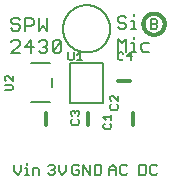
<source format=gbr>
G04 EAGLE Gerber RS-274X export*
G75*
%MOMM*%
%FSLAX34Y34*%
%LPD*%
%INSilkscreen Top*%
%IPPOS*%
%AMOC8*
5,1,8,0,0,1.08239X$1,22.5*%
G01*
%ADD10C,0.177800*%
%ADD11C,0.152400*%
%ADD12C,0.127000*%
%ADD13C,0.304800*%
%ADD14C,0.203200*%


D10*
X13257Y134458D02*
X11435Y136280D01*
X7791Y136280D01*
X5969Y134458D01*
X5969Y132637D01*
X7791Y130815D01*
X11435Y130815D01*
X13257Y128993D01*
X13257Y127171D01*
X11435Y125349D01*
X7791Y125349D01*
X5969Y127171D01*
X17663Y125349D02*
X17663Y136280D01*
X23129Y136280D01*
X24951Y134458D01*
X24951Y130815D01*
X23129Y128993D01*
X17663Y128993D01*
X29357Y125349D02*
X29357Y136280D01*
X33001Y128993D02*
X29357Y125349D01*
X33001Y128993D02*
X36644Y125349D01*
X36644Y136280D01*
X13257Y106299D02*
X5969Y106299D01*
X13257Y113587D01*
X13257Y115408D01*
X11435Y117230D01*
X7791Y117230D01*
X5969Y115408D01*
X23129Y117230D02*
X23129Y106299D01*
X17663Y111765D02*
X23129Y117230D01*
X24951Y111765D02*
X17663Y111765D01*
X29357Y115408D02*
X31179Y117230D01*
X34823Y117230D01*
X36644Y115408D01*
X36644Y113587D01*
X34823Y111765D01*
X33001Y111765D01*
X34823Y111765D02*
X36644Y109943D01*
X36644Y108121D01*
X34823Y106299D01*
X31179Y106299D01*
X29357Y108121D01*
X41051Y108121D02*
X41051Y115408D01*
X42873Y117230D01*
X46517Y117230D01*
X48338Y115408D01*
X48338Y108121D01*
X46517Y106299D01*
X42873Y106299D01*
X41051Y108121D01*
X48338Y115408D01*
D11*
X38567Y11945D02*
X37127Y10505D01*
X38567Y11945D02*
X41449Y11945D01*
X42889Y10505D01*
X42889Y9064D01*
X41449Y7624D01*
X40008Y7624D01*
X41449Y7624D02*
X42889Y6183D01*
X42889Y4743D01*
X41449Y3302D01*
X38567Y3302D01*
X37127Y4743D01*
X46482Y6183D02*
X46482Y11945D01*
X46482Y6183D02*
X49363Y3302D01*
X52244Y6183D01*
X52244Y11945D01*
X62171Y11945D02*
X63611Y10505D01*
X62171Y11945D02*
X59290Y11945D01*
X57849Y10505D01*
X57849Y4743D01*
X59290Y3302D01*
X62171Y3302D01*
X63611Y4743D01*
X63611Y7624D01*
X60730Y7624D01*
X67204Y11945D02*
X67204Y3302D01*
X72967Y3302D02*
X67204Y11945D01*
X72967Y11945D02*
X72967Y3302D01*
X76560Y3302D02*
X76560Y11945D01*
X76560Y3302D02*
X80881Y3302D01*
X82322Y4743D01*
X82322Y10505D01*
X80881Y11945D01*
X76560Y11945D01*
X89197Y9064D02*
X89197Y3302D01*
X89197Y9064D02*
X92078Y11945D01*
X94959Y9064D01*
X94959Y3302D01*
X94959Y7624D02*
X89197Y7624D01*
X102874Y11945D02*
X104314Y10505D01*
X102874Y11945D02*
X99993Y11945D01*
X98552Y10505D01*
X98552Y4743D01*
X99993Y3302D01*
X102874Y3302D01*
X104314Y4743D01*
X114597Y3302D02*
X114597Y11945D01*
X114597Y3302D02*
X118919Y3302D01*
X120359Y4743D01*
X120359Y10505D01*
X118919Y11945D01*
X114597Y11945D01*
X128274Y11945D02*
X129714Y10505D01*
X128274Y11945D02*
X125393Y11945D01*
X123952Y10505D01*
X123952Y4743D01*
X125393Y3302D01*
X128274Y3302D01*
X129714Y4743D01*
X8608Y6183D02*
X8608Y11945D01*
X8608Y6183D02*
X11490Y3302D01*
X14371Y6183D01*
X14371Y11945D01*
X17964Y9064D02*
X19404Y9064D01*
X19404Y3302D01*
X17964Y3302D02*
X20845Y3302D01*
X19404Y11945D02*
X19404Y13386D01*
X24200Y9064D02*
X24200Y3302D01*
X24200Y9064D02*
X28522Y9064D01*
X29963Y7624D01*
X29963Y3302D01*
D10*
X103427Y135728D02*
X101605Y137550D01*
X97961Y137550D01*
X96139Y135728D01*
X96139Y133907D01*
X97961Y132085D01*
X101605Y132085D01*
X103427Y130263D01*
X103427Y128441D01*
X101605Y126619D01*
X97961Y126619D01*
X96139Y128441D01*
X107833Y133907D02*
X109655Y133907D01*
X109655Y126619D01*
X107833Y126619D02*
X111477Y126619D01*
X109655Y137550D02*
X109655Y139372D01*
X96139Y118500D02*
X96139Y107569D01*
X99783Y114857D02*
X96139Y118500D01*
X99783Y114857D02*
X103427Y118500D01*
X103427Y107569D01*
X107833Y114857D02*
X109655Y114857D01*
X109655Y107569D01*
X107833Y107569D02*
X111477Y107569D01*
X109655Y118500D02*
X109655Y120322D01*
X117451Y114857D02*
X122916Y114857D01*
X117451Y114857D02*
X115629Y113035D01*
X115629Y109391D01*
X117451Y107569D01*
X122916Y107569D01*
D12*
X82850Y64280D02*
X55850Y64280D01*
X55850Y98280D01*
X83850Y98280D01*
X83850Y64280D01*
X82850Y64280D01*
D11*
X54404Y101476D02*
X54404Y106984D01*
X54404Y101476D02*
X55505Y100374D01*
X57709Y100374D01*
X58810Y101476D01*
X58810Y106984D01*
X61888Y104780D02*
X64091Y106984D01*
X64091Y100374D01*
X61888Y100374D02*
X66294Y100374D01*
D13*
X109220Y55880D02*
X109220Y45720D01*
D11*
X85043Y46715D02*
X83941Y45614D01*
X83941Y43410D01*
X85043Y42309D01*
X89449Y42309D01*
X90551Y43410D01*
X90551Y45614D01*
X89449Y46715D01*
X86145Y49793D02*
X83941Y51996D01*
X90551Y51996D01*
X90551Y49793D02*
X90551Y54199D01*
D13*
X71120Y55880D02*
X71120Y45720D01*
D11*
X89783Y61852D02*
X90885Y62953D01*
X89783Y61852D02*
X89783Y59649D01*
X90885Y58547D01*
X95291Y58547D01*
X96393Y59649D01*
X96393Y61852D01*
X95291Y62953D01*
X96393Y66031D02*
X96393Y70438D01*
X91987Y70438D02*
X96393Y66031D01*
X91987Y70438D02*
X90885Y70438D01*
X89783Y69336D01*
X89783Y67133D01*
X90885Y66031D01*
D13*
X35560Y55880D02*
X35560Y45720D01*
D11*
X56763Y49152D02*
X57865Y50253D01*
X56763Y49152D02*
X56763Y46949D01*
X57865Y45847D01*
X62271Y45847D01*
X63373Y46949D01*
X63373Y49152D01*
X62271Y50253D01*
X57865Y53331D02*
X56763Y54433D01*
X56763Y56636D01*
X57865Y57738D01*
X58967Y57738D01*
X60068Y56636D01*
X60068Y55534D01*
X60068Y56636D02*
X61170Y57738D01*
X62271Y57738D01*
X63373Y56636D01*
X63373Y54433D01*
X62271Y53331D01*
D14*
X38480Y97780D02*
X22480Y97780D01*
X22480Y64780D02*
X38480Y64780D01*
X40980Y77280D02*
X40980Y85280D01*
D11*
X6264Y75234D02*
X756Y75234D01*
X6264Y75234D02*
X7366Y76335D01*
X7366Y78539D01*
X6264Y79640D01*
X756Y79640D01*
X7366Y82718D02*
X7366Y87124D01*
X7366Y82718D02*
X2960Y87124D01*
X1858Y87124D01*
X756Y86023D01*
X756Y83819D01*
X1858Y82718D01*
D13*
X96520Y82550D02*
X106680Y82550D01*
D11*
X101053Y105965D02*
X99952Y107067D01*
X97749Y107067D01*
X96647Y105965D01*
X96647Y101559D01*
X97749Y100457D01*
X99952Y100457D01*
X101053Y101559D01*
X107436Y100457D02*
X107436Y107067D01*
X104131Y103762D01*
X108538Y103762D01*
D14*
X49850Y127000D02*
X49856Y127491D01*
X49874Y127981D01*
X49904Y128471D01*
X49946Y128960D01*
X50000Y129448D01*
X50066Y129935D01*
X50144Y130419D01*
X50234Y130902D01*
X50336Y131382D01*
X50449Y131860D01*
X50574Y132334D01*
X50711Y132806D01*
X50859Y133274D01*
X51019Y133738D01*
X51190Y134198D01*
X51372Y134654D01*
X51566Y135105D01*
X51770Y135551D01*
X51986Y135992D01*
X52212Y136428D01*
X52448Y136858D01*
X52695Y137282D01*
X52953Y137700D01*
X53221Y138111D01*
X53498Y138516D01*
X53786Y138914D01*
X54083Y139305D01*
X54390Y139688D01*
X54706Y140063D01*
X55031Y140431D01*
X55365Y140791D01*
X55708Y141142D01*
X56059Y141485D01*
X56419Y141819D01*
X56787Y142144D01*
X57162Y142460D01*
X57545Y142767D01*
X57936Y143064D01*
X58334Y143352D01*
X58739Y143629D01*
X59150Y143897D01*
X59568Y144155D01*
X59992Y144402D01*
X60422Y144638D01*
X60858Y144864D01*
X61299Y145080D01*
X61745Y145284D01*
X62196Y145478D01*
X62652Y145660D01*
X63112Y145831D01*
X63576Y145991D01*
X64044Y146139D01*
X64516Y146276D01*
X64990Y146401D01*
X65468Y146514D01*
X65948Y146616D01*
X66431Y146706D01*
X66915Y146784D01*
X67402Y146850D01*
X67890Y146904D01*
X68379Y146946D01*
X68869Y146976D01*
X69359Y146994D01*
X69850Y147000D01*
X70341Y146994D01*
X70831Y146976D01*
X71321Y146946D01*
X71810Y146904D01*
X72298Y146850D01*
X72785Y146784D01*
X73269Y146706D01*
X73752Y146616D01*
X74232Y146514D01*
X74710Y146401D01*
X75184Y146276D01*
X75656Y146139D01*
X76124Y145991D01*
X76588Y145831D01*
X77048Y145660D01*
X77504Y145478D01*
X77955Y145284D01*
X78401Y145080D01*
X78842Y144864D01*
X79278Y144638D01*
X79708Y144402D01*
X80132Y144155D01*
X80550Y143897D01*
X80961Y143629D01*
X81366Y143352D01*
X81764Y143064D01*
X82155Y142767D01*
X82538Y142460D01*
X82913Y142144D01*
X83281Y141819D01*
X83641Y141485D01*
X83992Y141142D01*
X84335Y140791D01*
X84669Y140431D01*
X84994Y140063D01*
X85310Y139688D01*
X85617Y139305D01*
X85914Y138914D01*
X86202Y138516D01*
X86479Y138111D01*
X86747Y137700D01*
X87005Y137282D01*
X87252Y136858D01*
X87488Y136428D01*
X87714Y135992D01*
X87930Y135551D01*
X88134Y135105D01*
X88328Y134654D01*
X88510Y134198D01*
X88681Y133738D01*
X88841Y133274D01*
X88989Y132806D01*
X89126Y132334D01*
X89251Y131860D01*
X89364Y131382D01*
X89466Y130902D01*
X89556Y130419D01*
X89634Y129935D01*
X89700Y129448D01*
X89754Y128960D01*
X89796Y128471D01*
X89826Y127981D01*
X89844Y127491D01*
X89850Y127000D01*
X89844Y126509D01*
X89826Y126019D01*
X89796Y125529D01*
X89754Y125040D01*
X89700Y124552D01*
X89634Y124065D01*
X89556Y123581D01*
X89466Y123098D01*
X89364Y122618D01*
X89251Y122140D01*
X89126Y121666D01*
X88989Y121194D01*
X88841Y120726D01*
X88681Y120262D01*
X88510Y119802D01*
X88328Y119346D01*
X88134Y118895D01*
X87930Y118449D01*
X87714Y118008D01*
X87488Y117572D01*
X87252Y117142D01*
X87005Y116718D01*
X86747Y116300D01*
X86479Y115889D01*
X86202Y115484D01*
X85914Y115086D01*
X85617Y114695D01*
X85310Y114312D01*
X84994Y113937D01*
X84669Y113569D01*
X84335Y113209D01*
X83992Y112858D01*
X83641Y112515D01*
X83281Y112181D01*
X82913Y111856D01*
X82538Y111540D01*
X82155Y111233D01*
X81764Y110936D01*
X81366Y110648D01*
X80961Y110371D01*
X80550Y110103D01*
X80132Y109845D01*
X79708Y109598D01*
X79278Y109362D01*
X78842Y109136D01*
X78401Y108920D01*
X77955Y108716D01*
X77504Y108522D01*
X77048Y108340D01*
X76588Y108169D01*
X76124Y108009D01*
X75656Y107861D01*
X75184Y107724D01*
X74710Y107599D01*
X74232Y107486D01*
X73752Y107384D01*
X73269Y107294D01*
X72785Y107216D01*
X72298Y107150D01*
X71810Y107096D01*
X71321Y107054D01*
X70831Y107024D01*
X70341Y107006D01*
X69850Y107000D01*
X69359Y107006D01*
X68869Y107024D01*
X68379Y107054D01*
X67890Y107096D01*
X67402Y107150D01*
X66915Y107216D01*
X66431Y107294D01*
X65948Y107384D01*
X65468Y107486D01*
X64990Y107599D01*
X64516Y107724D01*
X64044Y107861D01*
X63576Y108009D01*
X63112Y108169D01*
X62652Y108340D01*
X62196Y108522D01*
X61745Y108716D01*
X61299Y108920D01*
X60858Y109136D01*
X60422Y109362D01*
X59992Y109598D01*
X59568Y109845D01*
X59150Y110103D01*
X58739Y110371D01*
X58334Y110648D01*
X57936Y110936D01*
X57545Y111233D01*
X57162Y111540D01*
X56787Y111856D01*
X56419Y112181D01*
X56059Y112515D01*
X55708Y112858D01*
X55365Y113209D01*
X55031Y113569D01*
X54706Y113937D01*
X54390Y114312D01*
X54083Y114695D01*
X53786Y115086D01*
X53498Y115484D01*
X53221Y115889D01*
X52953Y116300D01*
X52695Y116718D01*
X52448Y117142D01*
X52212Y117572D01*
X51986Y118008D01*
X51770Y118449D01*
X51566Y118895D01*
X51372Y119346D01*
X51190Y119802D01*
X51019Y120262D01*
X50859Y120726D01*
X50711Y121194D01*
X50574Y121666D01*
X50449Y122140D01*
X50336Y122618D01*
X50234Y123098D01*
X50144Y123581D01*
X50066Y124065D01*
X50000Y124552D01*
X49946Y125040D01*
X49904Y125529D01*
X49874Y126019D01*
X49856Y126509D01*
X49850Y127000D01*
D13*
X118020Y130810D02*
X118023Y131030D01*
X118031Y131251D01*
X118044Y131471D01*
X118063Y131690D01*
X118088Y131909D01*
X118117Y132128D01*
X118152Y132345D01*
X118193Y132562D01*
X118238Y132778D01*
X118289Y132992D01*
X118345Y133205D01*
X118407Y133417D01*
X118473Y133627D01*
X118545Y133835D01*
X118622Y134042D01*
X118704Y134246D01*
X118790Y134449D01*
X118882Y134649D01*
X118979Y134848D01*
X119080Y135043D01*
X119187Y135236D01*
X119298Y135427D01*
X119413Y135614D01*
X119533Y135799D01*
X119658Y135981D01*
X119787Y136159D01*
X119921Y136335D01*
X120058Y136507D01*
X120200Y136675D01*
X120346Y136841D01*
X120496Y137002D01*
X120650Y137160D01*
X120808Y137314D01*
X120969Y137464D01*
X121135Y137610D01*
X121303Y137752D01*
X121475Y137889D01*
X121651Y138023D01*
X121829Y138152D01*
X122011Y138277D01*
X122196Y138397D01*
X122383Y138512D01*
X122574Y138623D01*
X122767Y138730D01*
X122962Y138831D01*
X123161Y138928D01*
X123361Y139020D01*
X123564Y139106D01*
X123768Y139188D01*
X123975Y139265D01*
X124183Y139337D01*
X124393Y139403D01*
X124605Y139465D01*
X124818Y139521D01*
X125032Y139572D01*
X125248Y139617D01*
X125465Y139658D01*
X125682Y139693D01*
X125901Y139722D01*
X126120Y139747D01*
X126339Y139766D01*
X126559Y139779D01*
X126780Y139787D01*
X127000Y139790D01*
X127220Y139787D01*
X127441Y139779D01*
X127661Y139766D01*
X127880Y139747D01*
X128099Y139722D01*
X128318Y139693D01*
X128535Y139658D01*
X128752Y139617D01*
X128968Y139572D01*
X129182Y139521D01*
X129395Y139465D01*
X129607Y139403D01*
X129817Y139337D01*
X130025Y139265D01*
X130232Y139188D01*
X130436Y139106D01*
X130639Y139020D01*
X130839Y138928D01*
X131038Y138831D01*
X131233Y138730D01*
X131426Y138623D01*
X131617Y138512D01*
X131804Y138397D01*
X131989Y138277D01*
X132171Y138152D01*
X132349Y138023D01*
X132525Y137889D01*
X132697Y137752D01*
X132865Y137610D01*
X133031Y137464D01*
X133192Y137314D01*
X133350Y137160D01*
X133504Y137002D01*
X133654Y136841D01*
X133800Y136675D01*
X133942Y136507D01*
X134079Y136335D01*
X134213Y136159D01*
X134342Y135981D01*
X134467Y135799D01*
X134587Y135614D01*
X134702Y135427D01*
X134813Y135236D01*
X134920Y135043D01*
X135021Y134848D01*
X135118Y134649D01*
X135210Y134449D01*
X135296Y134246D01*
X135378Y134042D01*
X135455Y133835D01*
X135527Y133627D01*
X135593Y133417D01*
X135655Y133205D01*
X135711Y132992D01*
X135762Y132778D01*
X135807Y132562D01*
X135848Y132345D01*
X135883Y132128D01*
X135912Y131909D01*
X135937Y131690D01*
X135956Y131471D01*
X135969Y131251D01*
X135977Y131030D01*
X135980Y130810D01*
X135977Y130590D01*
X135969Y130369D01*
X135956Y130149D01*
X135937Y129930D01*
X135912Y129711D01*
X135883Y129492D01*
X135848Y129275D01*
X135807Y129058D01*
X135762Y128842D01*
X135711Y128628D01*
X135655Y128415D01*
X135593Y128203D01*
X135527Y127993D01*
X135455Y127785D01*
X135378Y127578D01*
X135296Y127374D01*
X135210Y127171D01*
X135118Y126971D01*
X135021Y126772D01*
X134920Y126577D01*
X134813Y126384D01*
X134702Y126193D01*
X134587Y126006D01*
X134467Y125821D01*
X134342Y125639D01*
X134213Y125461D01*
X134079Y125285D01*
X133942Y125113D01*
X133800Y124945D01*
X133654Y124779D01*
X133504Y124618D01*
X133350Y124460D01*
X133192Y124306D01*
X133031Y124156D01*
X132865Y124010D01*
X132697Y123868D01*
X132525Y123731D01*
X132349Y123597D01*
X132171Y123468D01*
X131989Y123343D01*
X131804Y123223D01*
X131617Y123108D01*
X131426Y122997D01*
X131233Y122890D01*
X131038Y122789D01*
X130839Y122692D01*
X130639Y122600D01*
X130436Y122514D01*
X130232Y122432D01*
X130025Y122355D01*
X129817Y122283D01*
X129607Y122217D01*
X129395Y122155D01*
X129182Y122099D01*
X128968Y122048D01*
X128752Y122003D01*
X128535Y121962D01*
X128318Y121927D01*
X128099Y121898D01*
X127880Y121873D01*
X127661Y121854D01*
X127441Y121841D01*
X127220Y121833D01*
X127000Y121830D01*
X126780Y121833D01*
X126559Y121841D01*
X126339Y121854D01*
X126120Y121873D01*
X125901Y121898D01*
X125682Y121927D01*
X125465Y121962D01*
X125248Y122003D01*
X125032Y122048D01*
X124818Y122099D01*
X124605Y122155D01*
X124393Y122217D01*
X124183Y122283D01*
X123975Y122355D01*
X123768Y122432D01*
X123564Y122514D01*
X123361Y122600D01*
X123161Y122692D01*
X122962Y122789D01*
X122767Y122890D01*
X122574Y122997D01*
X122383Y123108D01*
X122196Y123223D01*
X122011Y123343D01*
X121829Y123468D01*
X121651Y123597D01*
X121475Y123731D01*
X121303Y123868D01*
X121135Y124010D01*
X120969Y124156D01*
X120808Y124306D01*
X120650Y124460D01*
X120496Y124618D01*
X120346Y124779D01*
X120200Y124945D01*
X120058Y125113D01*
X119921Y125285D01*
X119787Y125461D01*
X119658Y125639D01*
X119533Y125821D01*
X119413Y126006D01*
X119298Y126193D01*
X119187Y126384D01*
X119080Y126577D01*
X118979Y126772D01*
X118882Y126971D01*
X118790Y127171D01*
X118704Y127374D01*
X118622Y127578D01*
X118545Y127785D01*
X118473Y127993D01*
X118407Y128203D01*
X118345Y128415D01*
X118289Y128628D01*
X118238Y128842D01*
X118193Y129058D01*
X118152Y129275D01*
X118117Y129492D01*
X118088Y129711D01*
X118063Y129930D01*
X118044Y130149D01*
X118031Y130369D01*
X118023Y130590D01*
X118020Y130810D01*
D14*
X124460Y126746D02*
X124460Y134881D01*
X128527Y134881D01*
X129883Y133525D01*
X129883Y132169D01*
X128527Y130813D01*
X129883Y129458D01*
X129883Y128102D01*
X128527Y126746D01*
X124460Y126746D01*
X124460Y130813D02*
X128527Y130813D01*
M02*

</source>
